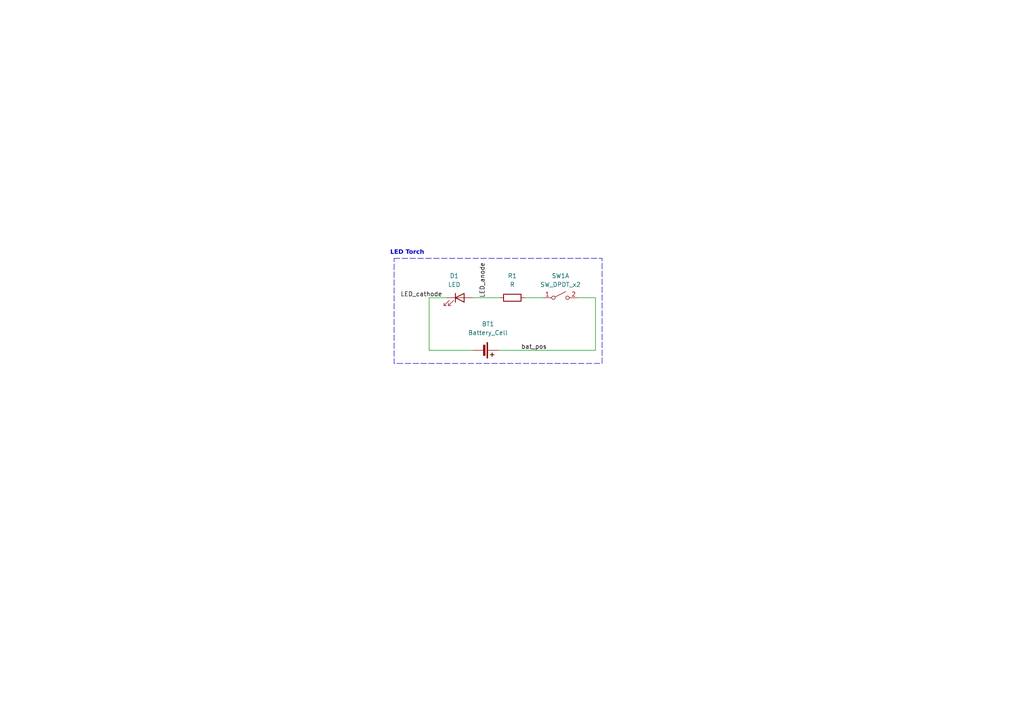
<source format=kicad_sch>
(kicad_sch (version 20250114) (generator "eeschema") (generator_version "9.0")
  (paper "A4")
  (title_block (title "Project 1 | LED Torch") (date "2025-05-23") (rev "1") (company "Electrodexlab"))
  (lib_symbols
    (symbol "Device:Battery_Cell" (pin_numbers (hide yes)) (pin_names (offset 0) (hide yes))
      (property "Reference" "BT" (at 2.54 2.54 0))
      (property "Value" "Battery_Cell" (at 2.54 0 0))
      (symbol "Battery_Cell_0_1"
        (rectangle (start -2.286 1.778) (end 2.286 1.524) (fill (type outline)))
        (rectangle (start -1.524 1.016) (end 1.524 0.508) (fill (type outline)))
        (polyline (pts (xy 0 1.778) (xy 0 2.54)))
        (polyline (pts (xy 0 0.762) (xy 0 0)))
        (polyline (pts (xy 0.762 3.048) (xy 1.778 3.048)) (stroke (width 0.254)))
        (polyline (pts (xy 1.27 3.556) (xy 1.27 2.54)) (stroke (width 0.254)))
      )
      (symbol "Battery_Cell_1_1"
        (pin passive line (at 0 5.08 270) (length 2.54) (name "+") (number "1"))
        (pin passive line (at 0 -2.54 90) (length 2.54) (name "-") (number "2"))
      )
    )
    (symbol "Device:LED" (pin_numbers (hide yes)) (pin_names (offset 1.016) (hide yes))
      (property "Reference" "D" (at 0 2.54 0))
      (property "Value" "LED" (at 0 -2.54 0))
      (symbol "LED_0_1"
        (polyline (pts (xy -3.048 -0.762) (xy -4.572 -2.286) (xy -3.81 -2.286) (xy -4.572 -2.286) (xy -4.572 -1.524)))
        (polyline (pts (xy -1.778 -0.762) (xy -3.302 -2.286) (xy -2.54 -2.286) (xy -3.302 -2.286) (xy -3.302 -1.524)))
        (polyline (pts (xy -1.27 0) (xy 1.27 0)))
        (polyline (pts (xy -1.27 -1.27) (xy -1.27 1.27)) (stroke (width 0.254)))
        (polyline (pts (xy 1.27 -1.27) (xy 1.27 1.27) (xy -1.27 0) (xy 1.27 -1.27)) (stroke (width 0.254)))
      )
      (symbol "LED_1_1"
        (pin passive line (at -3.81 0 0) (length 2.54) (name "K") (number "1"))
        (pin passive line (at 3.81 0 180) (length 2.54) (name "A") (number "2"))
      )
    )
    (symbol "Device:R" (pin_numbers (hide yes)) (pin_names (offset 0))
      (property "Reference" "R" (at 2.032 0 90))
      (property "Value" "R" (at 0 0 90))
      (symbol "R_0_1"
        (rectangle (start -1.016 -2.54) (end 1.016 2.54) (stroke (width 0.254)))
      )
      (symbol "R_1_1"
        (pin passive line (at 0 3.81 270) (length 1.27) (name "~") (number "1"))
        (pin passive line (at 0 -3.81 90) (length 1.27) (name "~") (number "2"))
      )
    )
    (symbol "Switch:SW_DPST_x2" (pin_names (offset 0) (hide yes))
      (property "Reference" "SW" (at 0 3.175 0))
      (property "Value" "SW_DPST_x2" (at 0 -2.54 0))
      (symbol "SW_DPST_x2_0_0"
        (circle (center -2.032 0) (radius 0.508))
        (polyline (pts (xy -1.524 0.254) (xy 1.524 1.778)))
        (circle (center 2.032 0) (radius 0.508))
      )
      (symbol "SW_DPST_x2_1_1"
        (pin passive line (at -5.08 0 0) (length 2.54) (name "A") (number "1"))
        (pin passive line (at 5.08 0 180) (length 2.54) (name "B") (number "2"))
      )
      (symbol "SW_DPST_x2_2_1"
        (pin passive line (at -5.08 0 0) (length 2.54) (name "A") (number "3"))
        (pin passive line (at 5.08 0 180) (length 2.54) (name "B") (number "4"))
      )
    )
  )
  (rectangle (start 114.3 74.93) (end 174.625 105.41) (stroke (width 0) (type dash)))
  (text "LED Torch" (at 118.11 73.66 0) (effects (font (size 1.27 1.27) (bold yes))))
  (wire (pts (xy 172.72 86.36) (xy 167.64 86.36)))
  (wire (pts (xy 137.16 86.36) (xy 144.78 86.36)))
  (wire (pts (xy 124.46 101.6) (xy 137.16 101.6)))
  (wire (pts (xy 152.4 86.36) (xy 157.48 86.36)))
  (wire (pts (xy 172.72 101.6) (xy 172.72 86.36)))
  (wire (pts (xy 124.46 86.36) (xy 129.54 86.36)))
  (wire (pts (xy 144.78 101.6) (xy 172.72 101.6)))
  (wire (pts (xy 124.46 86.36) (xy 124.46 101.6)))
  (label "LED_anode" (at 140.97 86.36 90))
  (label "LED_cathode" (at 128.27 86.36 180))
  (label "bat_pos" (at 151.13 101.6 0))
  (symbol (lib_id "Device:LED") (at 133.35 86.36 0) (unit 1)
    (property "Reference" "D1" (at 131.7625 80.01 0))
    (property "Value" "LED" (at 131.7625 82.55 0))
    (property "Footprint" "LED_THT:LED_D5.0mm" (effects (hide yes)))
    (property "Description" "Light emitting diode" (effects (hide yes)))
    (property "Sim.Pins" "1=K 2=A" (effects (hide yes)))
  )
  (symbol (lib_id "Switch:SW_DPST_x2") (at 162.56 86.36 0) (unit 1)
    (property "Reference" "SW1" (at 162.56 80.01 0))
    (property "Value" "SW_DPDT_x2" (at 162.56 82.55 0))
    (property "Footprint" "Button_Switch_THT:SW_TH_Tactile_Omron_B3F-10xx" (effects (hide yes)))
    (property "Description" "Single Pole Single Throw (SPST) switch, separate symbol" (effects (hide yes)))
  )
  (symbol (lib_id "Device:R") (at 148.59 86.36 90) (unit 1)
    (property "Reference" "R1" (at 148.59 80.01 90))
    (property "Value" "R" (at 148.59 82.55 90))
    (property "Footprint" "Resistor_THT:R_Axial_DIN0204_L3.6mm_D1.6mm_P7.62mm_Horizontal" (effects (hide yes)))
    (property "Description" "Resistor" (effects (hide yes)))
  )
  (symbol (lib_id "Device:Battery_Cell") (at 139.7 101.6 270) (unit 1)
    (property "Reference" "BT1" (at 141.5415 93.98 90))
    (property "Value" "Battery_Cell" (at 141.5415 96.52 90))
    (property "Footprint" "Battery:BatteryHolder_Keystone_1058_1x2032" (effects (hide yes)))
    (property "Description" "Single-cell battery" (effects (hide yes)))
  )
)
</source>
